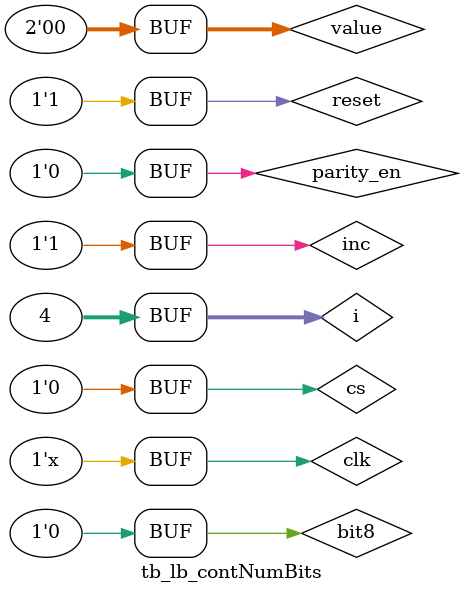
<source format=v>
`timescale 1ns / 1ps


module tb_lb_contNumBits;

	// Inputs
	reg clk;
	reg reset;
	reg parity_en;
	reg bit8;
	reg [1:0] value;
	reg inc;
	reg cs;
	// Outputs
	wire done;
	integer i;
	
	// Instantiate the Unit Under Test (UUT)
	lb_contNumBits uut (
		.clk(clk), 
		.reset(reset), 
		.parity_en(parity_en), 
		.bit8(bit8),
		.inc(inc),
		.cs(cs),
		.done(done)
	);

	always
		#10 clk = ~clk;
		
	initial begin
		// Initialize Inputs
		clk = 0;
		reset = 1;
		parity_en = 0;
		bit8 = 0;
		value = 0;
		inc =0;
		cs = 0;
		
		#20
		reset = 0;
		
		#20;
		reset = 1;
		inc=1;
		#10;
		
		for(i=0; i<4; i=i+1) begin
			#220;
			value = value + 1;
			#20
			{parity_en,bit8} = value;
			#20
			reset = 0;
			#20;
			reset = 1;
			#10;
		end
		// Wait 100 ns for global reset to finish
		#100;
        
		// Add stimulus here

		
		// Wait 100 ns for global reset to finish
		#100;
        
		// Add stimulus here

	end
      
endmodule


</source>
